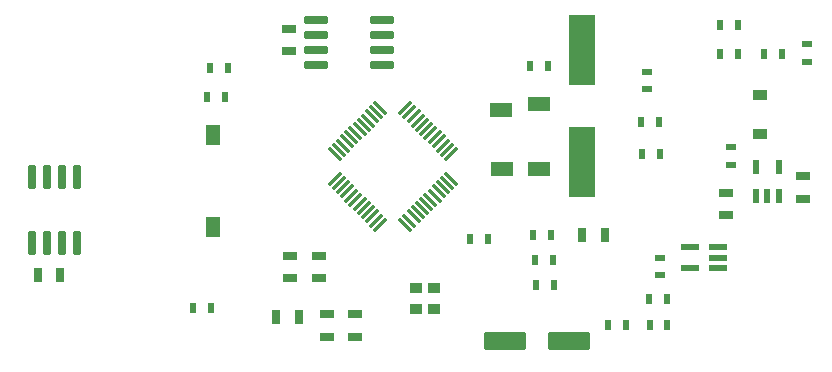
<source format=gtp>
G04*
G04 #@! TF.GenerationSoftware,Altium Limited,Altium Designer,21.6.4 (81)*
G04*
G04 Layer_Color=8421504*
%FSLAX44Y44*%
%MOMM*%
G71*
G04*
G04 #@! TF.SameCoordinates,0F59C336-1F8A-43A6-AFB2-A1A9F9B71EC4*
G04*
G04*
G04 #@! TF.FilePolarity,Positive*
G04*
G01*
G75*
%ADD18R,0.6000X0.9000*%
%ADD19R,0.9000X0.6000*%
%ADD20R,1.3000X0.7000*%
%ADD21R,0.6000X1.2500*%
%ADD22R,1.2200X0.9100*%
G04:AMPARAMS|DCode=23|XSize=1.97mm|YSize=0.6mm|CornerRadius=0.075mm|HoleSize=0mm|Usage=FLASHONLY|Rotation=270.000|XOffset=0mm|YOffset=0mm|HoleType=Round|Shape=RoundedRectangle|*
%AMROUNDEDRECTD23*
21,1,1.9700,0.4500,0,0,270.0*
21,1,1.8200,0.6000,0,0,270.0*
1,1,0.1500,-0.2250,-0.9100*
1,1,0.1500,-0.2250,0.9100*
1,1,0.1500,0.2250,0.9100*
1,1,0.1500,0.2250,-0.9100*
%
%ADD23ROUNDEDRECTD23*%
%ADD24R,0.7000X1.3000*%
%ADD25R,1.0160X0.8890*%
G04:AMPARAMS|DCode=26|XSize=1.97mm|YSize=0.6mm|CornerRadius=0.075mm|HoleSize=0mm|Usage=FLASHONLY|Rotation=180.000|XOffset=0mm|YOffset=0mm|HoleType=Round|Shape=RoundedRectangle|*
%AMROUNDEDRECTD26*
21,1,1.9700,0.4500,0,0,180.0*
21,1,1.8200,0.6000,0,0,180.0*
1,1,0.1500,-0.9100,0.2250*
1,1,0.1500,0.9100,0.2250*
1,1,0.1500,0.9100,-0.2250*
1,1,0.1500,-0.9100,-0.2250*
%
%ADD26ROUNDEDRECTD26*%
G04:AMPARAMS|DCode=27|XSize=1.475mm|YSize=0.3mm|CornerRadius=0mm|HoleSize=0mm|Usage=FLASHONLY|Rotation=225.000|XOffset=0mm|YOffset=0mm|HoleType=Round|Shape=Rectangle|*
%AMROTATEDRECTD27*
4,1,4,0.4154,0.6276,0.6276,0.4154,-0.4154,-0.6276,-0.6276,-0.4154,0.4154,0.6276,0.0*
%
%ADD27ROTATEDRECTD27*%

G04:AMPARAMS|DCode=28|XSize=1.475mm|YSize=0.3mm|CornerRadius=0mm|HoleSize=0mm|Usage=FLASHONLY|Rotation=315.000|XOffset=0mm|YOffset=0mm|HoleType=Round|Shape=Rectangle|*
%AMROTATEDRECTD28*
4,1,4,-0.6276,0.4154,-0.4154,0.6276,0.6276,-0.4154,0.4154,-0.6276,-0.6276,0.4154,0.0*
%
%ADD28ROTATEDRECTD28*%

G04:AMPARAMS|DCode=29|XSize=3.51mm|YSize=1.58mm|CornerRadius=0.1975mm|HoleSize=0mm|Usage=FLASHONLY|Rotation=180.000|XOffset=0mm|YOffset=0mm|HoleType=Round|Shape=RoundedRectangle|*
%AMROUNDEDRECTD29*
21,1,3.5100,1.1850,0,0,180.0*
21,1,3.1150,1.5800,0,0,180.0*
1,1,0.3950,-1.5575,0.5925*
1,1,0.3950,1.5575,0.5925*
1,1,0.3950,1.5575,-0.5925*
1,1,0.3950,-1.5575,-0.5925*
%
%ADD29ROUNDEDRECTD29*%
%ADD30R,1.9000X1.3000*%
%ADD31R,2.2000X6.0000*%
%ADD32R,1.5000X0.5000*%
%ADD33R,1.5000X0.6000*%
%ADD34R,1.5000X0.6300*%
%ADD35R,1.2000X1.8000*%
D18*
X189114Y278074D02*
D03*
X174114D02*
D03*
X605910Y314960D02*
D03*
X620910D02*
D03*
X643502Y290068D02*
D03*
X658502D02*
D03*
X621164Y290576D02*
D03*
X606164D02*
D03*
X539124Y232702D02*
D03*
X554124D02*
D03*
X174632Y75184D02*
D03*
X159632D02*
D03*
X394124Y133702D02*
D03*
X409124D02*
D03*
X545874Y82452D02*
D03*
X560874D02*
D03*
X561374Y60702D02*
D03*
X546374D02*
D03*
X186624Y253702D02*
D03*
X171624D02*
D03*
X462874Y137202D02*
D03*
X447874D02*
D03*
X444994Y280032D02*
D03*
X459994D02*
D03*
X539624Y205702D02*
D03*
X554624D02*
D03*
X526124Y60452D02*
D03*
X511124D02*
D03*
X449124Y115452D02*
D03*
X464124D02*
D03*
X464874Y94702D02*
D03*
X449874D02*
D03*
D19*
X679323Y298330D02*
D03*
Y283330D02*
D03*
X614934Y211208D02*
D03*
Y196208D02*
D03*
X554874Y117702D02*
D03*
Y102702D02*
D03*
X544374Y275202D02*
D03*
Y260202D02*
D03*
D20*
X676402Y167444D02*
D03*
Y186444D02*
D03*
X610616Y153822D02*
D03*
Y172822D02*
D03*
X296926Y50952D02*
D03*
Y69952D02*
D03*
X272796Y50698D02*
D03*
Y69698D02*
D03*
X241304Y311544D02*
D03*
Y292544D02*
D03*
X266374Y100202D02*
D03*
Y119202D02*
D03*
X241874Y100202D02*
D03*
Y119202D02*
D03*
D21*
X636422Y194872D02*
D03*
X655422D02*
D03*
Y169872D02*
D03*
X645922D02*
D03*
X636422D02*
D03*
D22*
X640080Y255364D02*
D03*
Y222664D02*
D03*
D23*
X61218Y129738D02*
D03*
X48518D02*
D03*
X35818D02*
D03*
X23118D02*
D03*
Y185618D02*
D03*
X35818D02*
D03*
X48518D02*
D03*
X61218D02*
D03*
D24*
X28002Y103068D02*
D03*
X47002D02*
D03*
X249276Y67818D02*
D03*
X230276D02*
D03*
X489214Y137202D02*
D03*
X508214D02*
D03*
D25*
X348766Y91892D02*
D03*
X363966D02*
D03*
X348512Y73858D02*
D03*
X363712D02*
D03*
D26*
X263402Y280614D02*
D03*
Y293314D02*
D03*
Y306014D02*
D03*
Y318714D02*
D03*
X319282D02*
D03*
Y306014D02*
D03*
Y293314D02*
D03*
Y280614D02*
D03*
D27*
X378287Y205474D02*
D03*
X374751Y209009D02*
D03*
X371216Y212545D02*
D03*
X367680Y216080D02*
D03*
X364145Y219616D02*
D03*
X360609Y223151D02*
D03*
X357073Y226687D02*
D03*
X353538Y230222D02*
D03*
X350002Y233758D02*
D03*
X346467Y237294D02*
D03*
X342931Y240829D02*
D03*
X339396Y244365D02*
D03*
X279461Y184430D02*
D03*
X282997Y180895D02*
D03*
X286532Y177359D02*
D03*
X290068Y173824D02*
D03*
X293603Y170288D02*
D03*
X297139Y166753D02*
D03*
X300675Y163217D02*
D03*
X304210Y159682D02*
D03*
X307746Y156146D02*
D03*
X311281Y152611D02*
D03*
X314817Y149075D02*
D03*
X318352Y145539D02*
D03*
D28*
Y244365D02*
D03*
X314817Y240829D02*
D03*
X311281Y237294D02*
D03*
X307746Y233758D02*
D03*
X304210Y230222D02*
D03*
X300675Y226687D02*
D03*
X297139Y223151D02*
D03*
X293603Y219616D02*
D03*
X290068Y216080D02*
D03*
X286532Y212545D02*
D03*
X282997Y209009D02*
D03*
X279461Y205474D02*
D03*
X339396Y145539D02*
D03*
X342931Y149075D02*
D03*
X346467Y152611D02*
D03*
X350002Y156146D02*
D03*
X353538Y159682D02*
D03*
X357073Y163217D02*
D03*
X360609Y166753D02*
D03*
X364145Y170288D02*
D03*
X367680Y173824D02*
D03*
X371216Y177359D02*
D03*
X374751Y180895D02*
D03*
X378287Y184430D02*
D03*
D29*
X478124Y46952D02*
D03*
X424124D02*
D03*
D30*
X420364Y243062D02*
D03*
X420874Y192702D02*
D03*
X452874D02*
D03*
X452874Y247702D02*
D03*
D31*
X488874Y198702D02*
D03*
Y293702D02*
D03*
D32*
X580124Y108702D02*
D03*
Y126702D02*
D03*
D33*
X604124Y108702D02*
D03*
Y117702D02*
D03*
D34*
Y126702D02*
D03*
D35*
X176874Y221452D02*
D03*
Y143952D02*
D03*
M02*

</source>
